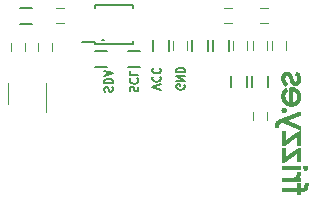
<source format=gbo>
%TF.GenerationSoftware,KiCad,Pcbnew,4.0.7-e2-6376~58~ubuntu16.04.1*%
%TF.CreationDate,2018-01-20T15:39:55+01:00*%
%TF.ProjectId,OLEDModule,4F4C45444D6F64756C652E6B69636164,rev?*%
%TF.FileFunction,Legend,Bot*%
%FSLAX46Y46*%
G04 Gerber Fmt 4.6, Leading zero omitted, Abs format (unit mm)*
G04 Created by KiCad (PCBNEW 4.0.7-e2-6376~58~ubuntu16.04.1) date Sat Jan 20 15:39:55 2018*
%MOMM*%
%LPD*%
G01*
G04 APERTURE LIST*
%ADD10C,0.100000*%
%ADD11C,0.200000*%
%ADD12C,0.175000*%
%ADD13C,0.010000*%
%ADD14C,0.120000*%
%ADD15C,0.150000*%
G04 APERTURE END LIST*
D10*
D11*
X10414000Y-12954000D02*
X10541000Y-12954000D01*
D12*
X10638667Y-17360000D02*
X10605333Y-17260000D01*
X10605333Y-17093333D01*
X10638667Y-17026666D01*
X10672000Y-16993333D01*
X10738667Y-16960000D01*
X10805333Y-16960000D01*
X10872000Y-16993333D01*
X10905333Y-17026666D01*
X10938667Y-17093333D01*
X10972000Y-17226666D01*
X11005333Y-17293333D01*
X11038667Y-17326666D01*
X11105333Y-17360000D01*
X11172000Y-17360000D01*
X11238667Y-17326666D01*
X11272000Y-17293333D01*
X11305333Y-17226666D01*
X11305333Y-17060000D01*
X11272000Y-16960000D01*
X10605333Y-16659999D02*
X11305333Y-16659999D01*
X11305333Y-16493333D01*
X11272000Y-16393333D01*
X11205333Y-16326666D01*
X11138667Y-16293333D01*
X11005333Y-16259999D01*
X10905333Y-16259999D01*
X10772000Y-16293333D01*
X10705333Y-16326666D01*
X10638667Y-16393333D01*
X10605333Y-16493333D01*
X10605333Y-16659999D01*
X10805333Y-15993333D02*
X10805333Y-15659999D01*
X10605333Y-16059999D02*
X11305333Y-15826666D01*
X10605333Y-15593333D01*
X12797667Y-17343334D02*
X12764333Y-17243334D01*
X12764333Y-17076667D01*
X12797667Y-17010000D01*
X12831000Y-16976667D01*
X12897667Y-16943334D01*
X12964333Y-16943334D01*
X13031000Y-16976667D01*
X13064333Y-17010000D01*
X13097667Y-17076667D01*
X13131000Y-17210000D01*
X13164333Y-17276667D01*
X13197667Y-17310000D01*
X13264333Y-17343334D01*
X13331000Y-17343334D01*
X13397667Y-17310000D01*
X13431000Y-17276667D01*
X13464333Y-17210000D01*
X13464333Y-17043334D01*
X13431000Y-16943334D01*
X12831000Y-16243333D02*
X12797667Y-16276667D01*
X12764333Y-16376667D01*
X12764333Y-16443333D01*
X12797667Y-16543333D01*
X12864333Y-16610000D01*
X12931000Y-16643333D01*
X13064333Y-16676667D01*
X13164333Y-16676667D01*
X13297667Y-16643333D01*
X13364333Y-16610000D01*
X13431000Y-16543333D01*
X13464333Y-16443333D01*
X13464333Y-16376667D01*
X13431000Y-16276667D01*
X13397667Y-16243333D01*
X12764333Y-15610000D02*
X12764333Y-15943333D01*
X13464333Y-15943333D01*
X15369333Y-17189333D02*
X14669333Y-16956000D01*
X15369333Y-16722667D01*
X14736000Y-16089333D02*
X14702667Y-16122667D01*
X14669333Y-16222667D01*
X14669333Y-16289333D01*
X14702667Y-16389333D01*
X14769333Y-16456000D01*
X14836000Y-16489333D01*
X14969333Y-16522667D01*
X15069333Y-16522667D01*
X15202667Y-16489333D01*
X15269333Y-16456000D01*
X15336000Y-16389333D01*
X15369333Y-16289333D01*
X15369333Y-16222667D01*
X15336000Y-16122667D01*
X15302667Y-16089333D01*
X14736000Y-15389333D02*
X14702667Y-15422667D01*
X14669333Y-15522667D01*
X14669333Y-15589333D01*
X14702667Y-15689333D01*
X14769333Y-15756000D01*
X14836000Y-15789333D01*
X14969333Y-15822667D01*
X15069333Y-15822667D01*
X15202667Y-15789333D01*
X15269333Y-15756000D01*
X15336000Y-15689333D01*
X15369333Y-15589333D01*
X15369333Y-15522667D01*
X15336000Y-15422667D01*
X15302667Y-15389333D01*
X17368000Y-16789333D02*
X17401333Y-16855999D01*
X17401333Y-16955999D01*
X17368000Y-17055999D01*
X17301333Y-17122666D01*
X17234667Y-17155999D01*
X17101333Y-17189333D01*
X17001333Y-17189333D01*
X16868000Y-17155999D01*
X16801333Y-17122666D01*
X16734667Y-17055999D01*
X16701333Y-16955999D01*
X16701333Y-16889333D01*
X16734667Y-16789333D01*
X16768000Y-16755999D01*
X17001333Y-16755999D01*
X17001333Y-16889333D01*
X16701333Y-16455999D02*
X17401333Y-16455999D01*
X16701333Y-16055999D01*
X17401333Y-16055999D01*
X16701333Y-15722666D02*
X17401333Y-15722666D01*
X17401333Y-15556000D01*
X17368000Y-15456000D01*
X17301333Y-15389333D01*
X17234667Y-15356000D01*
X17101333Y-15322666D01*
X17001333Y-15322666D01*
X16868000Y-15356000D01*
X16801333Y-15389333D01*
X16734667Y-15456000D01*
X16701333Y-15556000D01*
X16701333Y-15722666D01*
D13*
G36*
X27117676Y-20272210D02*
X27087995Y-20262428D01*
X27070050Y-20257363D01*
X27050716Y-20247258D01*
X27038300Y-20237450D01*
X27019892Y-20223271D01*
X27012900Y-20220198D01*
X26994553Y-20215023D01*
X26957528Y-20200651D01*
X26906099Y-20178764D01*
X26892250Y-20172653D01*
X26859922Y-20158563D01*
X26838599Y-20149766D01*
X26835100Y-20148550D01*
X26820600Y-20142890D01*
X26791623Y-20130475D01*
X26777950Y-20124448D01*
X26716828Y-20097508D01*
X26676192Y-20080058D01*
X26657336Y-20072653D01*
X26657300Y-20072643D01*
X26642794Y-20066802D01*
X26613807Y-20054278D01*
X26600150Y-20048248D01*
X26537048Y-20020443D01*
X26496795Y-20003221D01*
X26479500Y-19996575D01*
X26465198Y-19990743D01*
X26435830Y-19977780D01*
X26416000Y-19968808D01*
X26361360Y-19944801D01*
X26326863Y-19931944D01*
X26310256Y-19929412D01*
X26309251Y-19929823D01*
X26297485Y-19924398D01*
X26277634Y-19908457D01*
X26258753Y-19894392D01*
X26250900Y-19894550D01*
X26243222Y-19895363D01*
X26228675Y-19884724D01*
X26207644Y-19868459D01*
X26197059Y-19863358D01*
X26168326Y-19855174D01*
X26119574Y-19835377D01*
X26085800Y-19820293D01*
X26051053Y-19805048D01*
X26026403Y-19795339D01*
X26020184Y-19793590D01*
X26004013Y-19787535D01*
X26007530Y-19775723D01*
X26026702Y-19761484D01*
X26057499Y-19748150D01*
X26083617Y-19741177D01*
X26109862Y-19733132D01*
X26121717Y-19728351D01*
X26142969Y-19719252D01*
X26149300Y-19716783D01*
X26166103Y-19710371D01*
X26195850Y-19698584D01*
X26227971Y-19685644D01*
X26250900Y-19676196D01*
X26271257Y-19667858D01*
X26276300Y-19665950D01*
X26292026Y-19659514D01*
X26303884Y-19654350D01*
X26331599Y-19644688D01*
X26341984Y-19642390D01*
X26367354Y-19633601D01*
X26377900Y-19627861D01*
X26407197Y-19615418D01*
X26421354Y-19612090D01*
X26449071Y-19603524D01*
X26459454Y-19597503D01*
X26479642Y-19587045D01*
X26513090Y-19574265D01*
X26523950Y-19570700D01*
X26558878Y-19558347D01*
X26583614Y-19547195D01*
X26587450Y-19544725D01*
X26603713Y-19535139D01*
X26606500Y-19534500D01*
X26613254Y-19533345D01*
X26626685Y-19529181D01*
X26651530Y-19520351D01*
X26692529Y-19505195D01*
X26727150Y-19492264D01*
X26767440Y-19477308D01*
X26797363Y-19466418D01*
X26809700Y-19462188D01*
X26825128Y-19456683D01*
X26854565Y-19445251D01*
X26888526Y-19431625D01*
X26911300Y-19422196D01*
X26931632Y-19414246D01*
X26936700Y-19412651D01*
X26950704Y-19407631D01*
X26982263Y-19395625D01*
X27025299Y-19378953D01*
X27038300Y-19373873D01*
X27083853Y-19356796D01*
X27120168Y-19344584D01*
X27140948Y-19339310D01*
X27143075Y-19339345D01*
X27146818Y-19328612D01*
X27149870Y-19297370D01*
X27151905Y-19250506D01*
X27152600Y-19196051D01*
X27151632Y-19137055D01*
X27148978Y-19089959D01*
X27145021Y-19059438D01*
X27140727Y-19050000D01*
X27120520Y-19054173D01*
X27099452Y-19061179D01*
X27073117Y-19070303D01*
X27060392Y-19073622D01*
X27043401Y-19079849D01*
X27015203Y-19093267D01*
X27012900Y-19094450D01*
X26984303Y-19108217D01*
X26966060Y-19115167D01*
X26965409Y-19115279D01*
X26947201Y-19120210D01*
X26924000Y-19128099D01*
X26889036Y-19140668D01*
X26869923Y-19146945D01*
X26858710Y-19149501D01*
X26857192Y-19149726D01*
X26840207Y-19156020D01*
X26811981Y-19169478D01*
X26809567Y-19170719D01*
X26784271Y-19181588D01*
X26771858Y-19182582D01*
X26771600Y-19181708D01*
X26763742Y-19182583D01*
X26746200Y-19196050D01*
X26727873Y-19209962D01*
X26720800Y-19210393D01*
X26711085Y-19209657D01*
X26687256Y-19219153D01*
X26682834Y-19221382D01*
X26656323Y-19234336D01*
X26642017Y-19239888D01*
X26641559Y-19239865D01*
X26628598Y-19243072D01*
X26601054Y-19252409D01*
X26567967Y-19264679D01*
X26543000Y-19274705D01*
X26522677Y-19282544D01*
X26517600Y-19284048D01*
X26502094Y-19290936D01*
X26498550Y-19292979D01*
X26480163Y-19300831D01*
X26446021Y-19313089D01*
X26416000Y-19323050D01*
X26375728Y-19336567D01*
X26344988Y-19347945D01*
X26333450Y-19353122D01*
X26316507Y-19361424D01*
X26314400Y-19362020D01*
X26299329Y-19367147D01*
X26271534Y-19377836D01*
X26269950Y-19378466D01*
X26232945Y-19392915D01*
X26212495Y-19399770D01*
X26201705Y-19401200D01*
X26198877Y-19400809D01*
X26183751Y-19406356D01*
X26173477Y-19413445D01*
X26151955Y-19425028D01*
X26115394Y-19439836D01*
X26085800Y-19450050D01*
X26045496Y-19463850D01*
X26014749Y-19475954D01*
X26003250Y-19481826D01*
X25983778Y-19491348D01*
X25950810Y-19503603D01*
X25939750Y-19507213D01*
X25904873Y-19519000D01*
X25880137Y-19528764D01*
X25876250Y-19530736D01*
X25853493Y-19540017D01*
X25850850Y-19540602D01*
X25831831Y-19546791D01*
X25800255Y-19559251D01*
X25790586Y-19563330D01*
X25759232Y-19576035D01*
X25739058Y-19582884D01*
X25736478Y-19583288D01*
X25721840Y-19588280D01*
X25694968Y-19600979D01*
X25692100Y-19602450D01*
X25663503Y-19616217D01*
X25645260Y-19623167D01*
X25644609Y-19623279D01*
X25625074Y-19628698D01*
X25592372Y-19640052D01*
X25556863Y-19653714D01*
X25552400Y-19655546D01*
X25527741Y-19664602D01*
X25520650Y-19666703D01*
X25501921Y-19673569D01*
X25470130Y-19686883D01*
X25457150Y-19692588D01*
X25424837Y-19706635D01*
X25403512Y-19715270D01*
X25400000Y-19716401D01*
X25386749Y-19723604D01*
X25359581Y-19740803D01*
X25337776Y-19755272D01*
X25301972Y-19779301D01*
X25272517Y-19798871D01*
X25262142Y-19805650D01*
X25232277Y-19828039D01*
X25198733Y-19857805D01*
X25167245Y-19889205D01*
X25143543Y-19916497D01*
X25133360Y-19933940D01*
X25133300Y-19934717D01*
X25126839Y-19950261D01*
X25122501Y-19951700D01*
X25112272Y-19962147D01*
X25095093Y-19989028D01*
X25074524Y-20025651D01*
X25054124Y-20065328D01*
X25037453Y-20101367D01*
X25028070Y-20127078D01*
X25027360Y-20130524D01*
X25019872Y-20155921D01*
X25017215Y-20161250D01*
X25013174Y-20179582D01*
X25009630Y-20215624D01*
X25007331Y-20261687D01*
X25007288Y-20263180D01*
X25004781Y-20352410D01*
X25125281Y-20351932D01*
X25177957Y-20351113D01*
X25220322Y-20349305D01*
X25246481Y-20346820D01*
X25251849Y-20345252D01*
X25256650Y-20330187D01*
X25262606Y-20297932D01*
X25266651Y-20269200D01*
X25273784Y-20227404D01*
X25282729Y-20195034D01*
X25288447Y-20183475D01*
X25295051Y-20169928D01*
X25292050Y-20167600D01*
X25291139Y-20159712D01*
X25299525Y-20147196D01*
X25319423Y-20118518D01*
X25329759Y-20100113D01*
X25348007Y-20076904D01*
X25378636Y-20049283D01*
X25393755Y-20037972D01*
X25433938Y-20011771D01*
X25480938Y-19983988D01*
X25529504Y-19957353D01*
X25574380Y-19934596D01*
X25610314Y-19918448D01*
X25632051Y-19911637D01*
X25635705Y-19912239D01*
X25651772Y-19920553D01*
X25651884Y-19920562D01*
X25666913Y-19925901D01*
X25697990Y-19939275D01*
X25736550Y-19956935D01*
X25777767Y-19975626D01*
X25810708Y-19989381D01*
X25827344Y-19994980D01*
X25849378Y-20004584D01*
X25859094Y-20011502D01*
X25878832Y-20024633D01*
X25885642Y-20027168D01*
X25915764Y-20036022D01*
X25966310Y-20056715D01*
X25996900Y-20070408D01*
X26031152Y-20085646D01*
X26054791Y-20095451D01*
X26060400Y-20097306D01*
X26075265Y-20104016D01*
X26085800Y-20110288D01*
X26109142Y-20121968D01*
X26117550Y-20124393D01*
X26135819Y-20130474D01*
X26167972Y-20143731D01*
X26187400Y-20152362D01*
X26271670Y-20190517D01*
X26344458Y-20223075D01*
X26402949Y-20248799D01*
X26444330Y-20266454D01*
X26465785Y-20274802D01*
X26466800Y-20275098D01*
X26480705Y-20280960D01*
X26510923Y-20294671D01*
X26549350Y-20312535D01*
X26590204Y-20331157D01*
X26622406Y-20344829D01*
X26638250Y-20350381D01*
X26659344Y-20358553D01*
X26670000Y-20364613D01*
X26689544Y-20375554D01*
X26695400Y-20377728D01*
X26709890Y-20383031D01*
X26738845Y-20395233D01*
X26752550Y-20401253D01*
X26810837Y-20426961D01*
X26848768Y-20443243D01*
X26869076Y-20451259D01*
X26873200Y-20452481D01*
X26888090Y-20459571D01*
X26898600Y-20465888D01*
X26921951Y-20477638D01*
X26930350Y-20480120D01*
X26947696Y-20486275D01*
X26980599Y-20500319D01*
X27019250Y-20517966D01*
X27059281Y-20536281D01*
X27089846Y-20549388D01*
X27103917Y-20554339D01*
X27119936Y-20562647D01*
X27121909Y-20564475D01*
X27134501Y-20572794D01*
X27143262Y-20566557D01*
X27148796Y-20543102D01*
X27151706Y-20499768D01*
X27152598Y-20433892D01*
X27152601Y-20429193D01*
X27152601Y-20284385D01*
X27117676Y-20272210D01*
X27117676Y-20272210D01*
G37*
X27117676Y-20272210D02*
X27087995Y-20262428D01*
X27070050Y-20257363D01*
X27050716Y-20247258D01*
X27038300Y-20237450D01*
X27019892Y-20223271D01*
X27012900Y-20220198D01*
X26994553Y-20215023D01*
X26957528Y-20200651D01*
X26906099Y-20178764D01*
X26892250Y-20172653D01*
X26859922Y-20158563D01*
X26838599Y-20149766D01*
X26835100Y-20148550D01*
X26820600Y-20142890D01*
X26791623Y-20130475D01*
X26777950Y-20124448D01*
X26716828Y-20097508D01*
X26676192Y-20080058D01*
X26657336Y-20072653D01*
X26657300Y-20072643D01*
X26642794Y-20066802D01*
X26613807Y-20054278D01*
X26600150Y-20048248D01*
X26537048Y-20020443D01*
X26496795Y-20003221D01*
X26479500Y-19996575D01*
X26465198Y-19990743D01*
X26435830Y-19977780D01*
X26416000Y-19968808D01*
X26361360Y-19944801D01*
X26326863Y-19931944D01*
X26310256Y-19929412D01*
X26309251Y-19929823D01*
X26297485Y-19924398D01*
X26277634Y-19908457D01*
X26258753Y-19894392D01*
X26250900Y-19894550D01*
X26243222Y-19895363D01*
X26228675Y-19884724D01*
X26207644Y-19868459D01*
X26197059Y-19863358D01*
X26168326Y-19855174D01*
X26119574Y-19835377D01*
X26085800Y-19820293D01*
X26051053Y-19805048D01*
X26026403Y-19795339D01*
X26020184Y-19793590D01*
X26004013Y-19787535D01*
X26007530Y-19775723D01*
X26026702Y-19761484D01*
X26057499Y-19748150D01*
X26083617Y-19741177D01*
X26109862Y-19733132D01*
X26121717Y-19728351D01*
X26142969Y-19719252D01*
X26149300Y-19716783D01*
X26166103Y-19710371D01*
X26195850Y-19698584D01*
X26227971Y-19685644D01*
X26250900Y-19676196D01*
X26271257Y-19667858D01*
X26276300Y-19665950D01*
X26292026Y-19659514D01*
X26303884Y-19654350D01*
X26331599Y-19644688D01*
X26341984Y-19642390D01*
X26367354Y-19633601D01*
X26377900Y-19627861D01*
X26407197Y-19615418D01*
X26421354Y-19612090D01*
X26449071Y-19603524D01*
X26459454Y-19597503D01*
X26479642Y-19587045D01*
X26513090Y-19574265D01*
X26523950Y-19570700D01*
X26558878Y-19558347D01*
X26583614Y-19547195D01*
X26587450Y-19544725D01*
X26603713Y-19535139D01*
X26606500Y-19534500D01*
X26613254Y-19533345D01*
X26626685Y-19529181D01*
X26651530Y-19520351D01*
X26692529Y-19505195D01*
X26727150Y-19492264D01*
X26767440Y-19477308D01*
X26797363Y-19466418D01*
X26809700Y-19462188D01*
X26825128Y-19456683D01*
X26854565Y-19445251D01*
X26888526Y-19431625D01*
X26911300Y-19422196D01*
X26931632Y-19414246D01*
X26936700Y-19412651D01*
X26950704Y-19407631D01*
X26982263Y-19395625D01*
X27025299Y-19378953D01*
X27038300Y-19373873D01*
X27083853Y-19356796D01*
X27120168Y-19344584D01*
X27140948Y-19339310D01*
X27143075Y-19339345D01*
X27146818Y-19328612D01*
X27149870Y-19297370D01*
X27151905Y-19250506D01*
X27152600Y-19196051D01*
X27151632Y-19137055D01*
X27148978Y-19089959D01*
X27145021Y-19059438D01*
X27140727Y-19050000D01*
X27120520Y-19054173D01*
X27099452Y-19061179D01*
X27073117Y-19070303D01*
X27060392Y-19073622D01*
X27043401Y-19079849D01*
X27015203Y-19093267D01*
X27012900Y-19094450D01*
X26984303Y-19108217D01*
X26966060Y-19115167D01*
X26965409Y-19115279D01*
X26947201Y-19120210D01*
X26924000Y-19128099D01*
X26889036Y-19140668D01*
X26869923Y-19146945D01*
X26858710Y-19149501D01*
X26857192Y-19149726D01*
X26840207Y-19156020D01*
X26811981Y-19169478D01*
X26809567Y-19170719D01*
X26784271Y-19181588D01*
X26771858Y-19182582D01*
X26771600Y-19181708D01*
X26763742Y-19182583D01*
X26746200Y-19196050D01*
X26727873Y-19209962D01*
X26720800Y-19210393D01*
X26711085Y-19209657D01*
X26687256Y-19219153D01*
X26682834Y-19221382D01*
X26656323Y-19234336D01*
X26642017Y-19239888D01*
X26641559Y-19239865D01*
X26628598Y-19243072D01*
X26601054Y-19252409D01*
X26567967Y-19264679D01*
X26543000Y-19274705D01*
X26522677Y-19282544D01*
X26517600Y-19284048D01*
X26502094Y-19290936D01*
X26498550Y-19292979D01*
X26480163Y-19300831D01*
X26446021Y-19313089D01*
X26416000Y-19323050D01*
X26375728Y-19336567D01*
X26344988Y-19347945D01*
X26333450Y-19353122D01*
X26316507Y-19361424D01*
X26314400Y-19362020D01*
X26299329Y-19367147D01*
X26271534Y-19377836D01*
X26269950Y-19378466D01*
X26232945Y-19392915D01*
X26212495Y-19399770D01*
X26201705Y-19401200D01*
X26198877Y-19400809D01*
X26183751Y-19406356D01*
X26173477Y-19413445D01*
X26151955Y-19425028D01*
X26115394Y-19439836D01*
X26085800Y-19450050D01*
X26045496Y-19463850D01*
X26014749Y-19475954D01*
X26003250Y-19481826D01*
X25983778Y-19491348D01*
X25950810Y-19503603D01*
X25939750Y-19507213D01*
X25904873Y-19519000D01*
X25880137Y-19528764D01*
X25876250Y-19530736D01*
X25853493Y-19540017D01*
X25850850Y-19540602D01*
X25831831Y-19546791D01*
X25800255Y-19559251D01*
X25790586Y-19563330D01*
X25759232Y-19576035D01*
X25739058Y-19582884D01*
X25736478Y-19583288D01*
X25721840Y-19588280D01*
X25694968Y-19600979D01*
X25692100Y-19602450D01*
X25663503Y-19616217D01*
X25645260Y-19623167D01*
X25644609Y-19623279D01*
X25625074Y-19628698D01*
X25592372Y-19640052D01*
X25556863Y-19653714D01*
X25552400Y-19655546D01*
X25527741Y-19664602D01*
X25520650Y-19666703D01*
X25501921Y-19673569D01*
X25470130Y-19686883D01*
X25457150Y-19692588D01*
X25424837Y-19706635D01*
X25403512Y-19715270D01*
X25400000Y-19716401D01*
X25386749Y-19723604D01*
X25359581Y-19740803D01*
X25337776Y-19755272D01*
X25301972Y-19779301D01*
X25272517Y-19798871D01*
X25262142Y-19805650D01*
X25232277Y-19828039D01*
X25198733Y-19857805D01*
X25167245Y-19889205D01*
X25143543Y-19916497D01*
X25133360Y-19933940D01*
X25133300Y-19934717D01*
X25126839Y-19950261D01*
X25122501Y-19951700D01*
X25112272Y-19962147D01*
X25095093Y-19989028D01*
X25074524Y-20025651D01*
X25054124Y-20065328D01*
X25037453Y-20101367D01*
X25028070Y-20127078D01*
X25027360Y-20130524D01*
X25019872Y-20155921D01*
X25017215Y-20161250D01*
X25013174Y-20179582D01*
X25009630Y-20215624D01*
X25007331Y-20261687D01*
X25007288Y-20263180D01*
X25004781Y-20352410D01*
X25125281Y-20351932D01*
X25177957Y-20351113D01*
X25220322Y-20349305D01*
X25246481Y-20346820D01*
X25251849Y-20345252D01*
X25256650Y-20330187D01*
X25262606Y-20297932D01*
X25266651Y-20269200D01*
X25273784Y-20227404D01*
X25282729Y-20195034D01*
X25288447Y-20183475D01*
X25295051Y-20169928D01*
X25292050Y-20167600D01*
X25291139Y-20159712D01*
X25299525Y-20147196D01*
X25319423Y-20118518D01*
X25329759Y-20100113D01*
X25348007Y-20076904D01*
X25378636Y-20049283D01*
X25393755Y-20037972D01*
X25433938Y-20011771D01*
X25480938Y-19983988D01*
X25529504Y-19957353D01*
X25574380Y-19934596D01*
X25610314Y-19918448D01*
X25632051Y-19911637D01*
X25635705Y-19912239D01*
X25651772Y-19920553D01*
X25651884Y-19920562D01*
X25666913Y-19925901D01*
X25697990Y-19939275D01*
X25736550Y-19956935D01*
X25777767Y-19975626D01*
X25810708Y-19989381D01*
X25827344Y-19994980D01*
X25849378Y-20004584D01*
X25859094Y-20011502D01*
X25878832Y-20024633D01*
X25885642Y-20027168D01*
X25915764Y-20036022D01*
X25966310Y-20056715D01*
X25996900Y-20070408D01*
X26031152Y-20085646D01*
X26054791Y-20095451D01*
X26060400Y-20097306D01*
X26075265Y-20104016D01*
X26085800Y-20110288D01*
X26109142Y-20121968D01*
X26117550Y-20124393D01*
X26135819Y-20130474D01*
X26167972Y-20143731D01*
X26187400Y-20152362D01*
X26271670Y-20190517D01*
X26344458Y-20223075D01*
X26402949Y-20248799D01*
X26444330Y-20266454D01*
X26465785Y-20274802D01*
X26466800Y-20275098D01*
X26480705Y-20280960D01*
X26510923Y-20294671D01*
X26549350Y-20312535D01*
X26590204Y-20331157D01*
X26622406Y-20344829D01*
X26638250Y-20350381D01*
X26659344Y-20358553D01*
X26670000Y-20364613D01*
X26689544Y-20375554D01*
X26695400Y-20377728D01*
X26709890Y-20383031D01*
X26738845Y-20395233D01*
X26752550Y-20401253D01*
X26810837Y-20426961D01*
X26848768Y-20443243D01*
X26869076Y-20451259D01*
X26873200Y-20452481D01*
X26888090Y-20459571D01*
X26898600Y-20465888D01*
X26921951Y-20477638D01*
X26930350Y-20480120D01*
X26947696Y-20486275D01*
X26980599Y-20500319D01*
X27019250Y-20517966D01*
X27059281Y-20536281D01*
X27089846Y-20549388D01*
X27103917Y-20554339D01*
X27119936Y-20562647D01*
X27121909Y-20564475D01*
X27134501Y-20572794D01*
X27143262Y-20566557D01*
X27148796Y-20543102D01*
X27151706Y-20499768D01*
X27152598Y-20433892D01*
X27152601Y-20429193D01*
X27152601Y-20284385D01*
X27117676Y-20272210D01*
G36*
X25342850Y-20091400D02*
X25336500Y-20097750D01*
X25342850Y-20104100D01*
X25349200Y-20097750D01*
X25342850Y-20091400D01*
X25342850Y-20091400D01*
G37*
X25342850Y-20091400D02*
X25336500Y-20097750D01*
X25342850Y-20104100D01*
X25349200Y-20097750D01*
X25342850Y-20091400D01*
G36*
X25963906Y-18868701D02*
X25957940Y-18839039D01*
X25943050Y-18814363D01*
X25915144Y-18784472D01*
X25912021Y-18781344D01*
X25878632Y-18750505D01*
X25850714Y-18734103D01*
X25817431Y-18727100D01*
X25791610Y-18725370D01*
X25729455Y-18728537D01*
X25679623Y-18747157D01*
X25632495Y-18785147D01*
X25624332Y-18793528D01*
X25596777Y-18838121D01*
X25581854Y-18894735D01*
X25580996Y-18953015D01*
X25595415Y-19002194D01*
X25616352Y-19038270D01*
X25635541Y-19066992D01*
X25649301Y-19083284D01*
X25654000Y-19083021D01*
X25661833Y-19081066D01*
X25674289Y-19089128D01*
X25712273Y-19108288D01*
X25761582Y-19117363D01*
X25812426Y-19116093D01*
X25855014Y-19104219D01*
X25870031Y-19094333D01*
X25888219Y-19081337D01*
X25895300Y-19082730D01*
X25901585Y-19080058D01*
X25917653Y-19060870D01*
X25930225Y-19043424D01*
X25951006Y-19008328D01*
X25961571Y-18973397D01*
X25964956Y-18927303D01*
X25965038Y-18913550D01*
X25963906Y-18868701D01*
X25963906Y-18868701D01*
G37*
X25963906Y-18868701D02*
X25957940Y-18839039D01*
X25943050Y-18814363D01*
X25915144Y-18784472D01*
X25912021Y-18781344D01*
X25878632Y-18750505D01*
X25850714Y-18734103D01*
X25817431Y-18727100D01*
X25791610Y-18725370D01*
X25729455Y-18728537D01*
X25679623Y-18747157D01*
X25632495Y-18785147D01*
X25624332Y-18793528D01*
X25596777Y-18838121D01*
X25581854Y-18894735D01*
X25580996Y-18953015D01*
X25595415Y-19002194D01*
X25616352Y-19038270D01*
X25635541Y-19066992D01*
X25649301Y-19083284D01*
X25654000Y-19083021D01*
X25661833Y-19081066D01*
X25674289Y-19089128D01*
X25712273Y-19108288D01*
X25761582Y-19117363D01*
X25812426Y-19116093D01*
X25855014Y-19104219D01*
X25870031Y-19094333D01*
X25888219Y-19081337D01*
X25895300Y-19082730D01*
X25901585Y-19080058D01*
X25917653Y-19060870D01*
X25930225Y-19043424D01*
X25951006Y-19008328D01*
X25961571Y-18973397D01*
X25964956Y-18927303D01*
X25965038Y-18913550D01*
X25963906Y-18868701D01*
G36*
X27184162Y-17676049D02*
X27177280Y-17595286D01*
X27161616Y-17523282D01*
X27135238Y-17451955D01*
X27096214Y-17373226D01*
X27082448Y-17348200D01*
X27066919Y-17326933D01*
X27039440Y-17295065D01*
X27004425Y-17257117D01*
X26966286Y-17217610D01*
X26929437Y-17181064D01*
X26898290Y-17151999D01*
X26877258Y-17134934D01*
X26871668Y-17132300D01*
X26855833Y-17125726D01*
X26827938Y-17109203D01*
X26815661Y-17101106D01*
X26772548Y-17076615D01*
X26716319Y-17050823D01*
X26657989Y-17028311D01*
X26608573Y-17013659D01*
X26602161Y-17012337D01*
X26580524Y-17007418D01*
X26574750Y-17004984D01*
X26563062Y-17000561D01*
X26532031Y-16996862D01*
X26487706Y-16994026D01*
X26436138Y-16992193D01*
X26383378Y-16991504D01*
X26335475Y-16992099D01*
X26298478Y-16994116D01*
X26278440Y-16997698D01*
X26277656Y-16998113D01*
X26274143Y-17009347D01*
X26271176Y-17039033D01*
X26268732Y-17088180D01*
X26266791Y-17157796D01*
X26265329Y-17248890D01*
X26264325Y-17362472D01*
X26263757Y-17499549D01*
X26263600Y-17641231D01*
X26263600Y-18275663D01*
X26222845Y-18268483D01*
X26189127Y-18259372D01*
X26165695Y-18247696D01*
X26151783Y-18239530D01*
X26149300Y-18241242D01*
X26140317Y-18243156D01*
X26116790Y-18232402D01*
X26083852Y-18212375D01*
X26046636Y-18186470D01*
X26010276Y-18158081D01*
X25979904Y-18130602D01*
X25976198Y-18126785D01*
X25952326Y-18096318D01*
X25924342Y-18053034D01*
X25896903Y-18005106D01*
X25874664Y-17960707D01*
X25862282Y-17928012D01*
X25861837Y-17926050D01*
X25857516Y-17903622D01*
X25854656Y-17887950D01*
X25846967Y-17860322D01*
X25841875Y-17849372D01*
X25838174Y-17830908D01*
X25835801Y-17794365D01*
X25834733Y-17747028D01*
X25834945Y-17696181D01*
X25836412Y-17649110D01*
X25839109Y-17613099D01*
X25842739Y-17595850D01*
X25850938Y-17573055D01*
X25853849Y-17559149D01*
X25865781Y-17518980D01*
X25887630Y-17470751D01*
X25913504Y-17426287D01*
X25931825Y-17402707D01*
X25950866Y-17380627D01*
X25958800Y-17366884D01*
X25958800Y-17366874D01*
X25966725Y-17352638D01*
X25977850Y-17340036D01*
X25992834Y-17327809D01*
X25996900Y-17328159D01*
X26005080Y-17325939D01*
X26024991Y-17310890D01*
X26027175Y-17309009D01*
X26047085Y-17288712D01*
X26049567Y-17270521D01*
X26039070Y-17245846D01*
X26023067Y-17218159D01*
X26009878Y-17202329D01*
X26009610Y-17202156D01*
X25998481Y-17187817D01*
X25980883Y-17157578D01*
X25964609Y-17125982D01*
X25944385Y-17087537D01*
X25927380Y-17069039D01*
X25907683Y-17069783D01*
X25879386Y-17089065D01*
X25852050Y-17112549D01*
X25825717Y-17133471D01*
X25806880Y-17144497D01*
X25804425Y-17145000D01*
X25795188Y-17155446D01*
X25793700Y-17166167D01*
X25790076Y-17180349D01*
X25785839Y-17179472D01*
X25772493Y-17180571D01*
X25755341Y-17194680D01*
X25743842Y-17213147D01*
X25742900Y-17218738D01*
X25734183Y-17236192D01*
X25724414Y-17246133D01*
X25709283Y-17265599D01*
X25688259Y-17300986D01*
X25664903Y-17345155D01*
X25642774Y-17390970D01*
X25625433Y-17431295D01*
X25616439Y-17458990D01*
X25615900Y-17463671D01*
X25610870Y-17486737D01*
X25607066Y-17492501D01*
X25600124Y-17502790D01*
X25594981Y-17520363D01*
X25591200Y-17549246D01*
X25588347Y-17593461D01*
X25585984Y-17657035D01*
X25584847Y-17697450D01*
X25584126Y-17763505D01*
X25585246Y-17826111D01*
X25587968Y-17877590D01*
X25591387Y-17907000D01*
X25602560Y-17965605D01*
X25611496Y-18005870D01*
X25620139Y-18034510D01*
X25630432Y-18058238D01*
X25640664Y-18077317D01*
X25654750Y-18106072D01*
X25659804Y-18124211D01*
X25659143Y-18126224D01*
X25662611Y-18137680D01*
X25672744Y-18148046D01*
X25688999Y-18168659D01*
X25692100Y-18179637D01*
X25700753Y-18199117D01*
X25717500Y-18218150D01*
X25736540Y-18240457D01*
X25742900Y-18256072D01*
X25751538Y-18271487D01*
X25774368Y-18298566D01*
X25806768Y-18331908D01*
X25812750Y-18337672D01*
X25845711Y-18367969D01*
X25870292Y-18388353D01*
X25882136Y-18395273D01*
X25882600Y-18394593D01*
X25890552Y-18396270D01*
X25910559Y-18411987D01*
X25920700Y-18421350D01*
X25943901Y-18441352D01*
X25957403Y-18448685D01*
X25958800Y-18447158D01*
X25966629Y-18445751D01*
X25981025Y-18455552D01*
X26011071Y-18475747D01*
X26039861Y-18486846D01*
X26047700Y-18487438D01*
X26062438Y-18492382D01*
X26083450Y-18502642D01*
X26114452Y-18516579D01*
X26134250Y-18522778D01*
X26159954Y-18528359D01*
X26197275Y-18536767D01*
X26207828Y-18539186D01*
X26245861Y-18544420D01*
X26300156Y-18547448D01*
X26364208Y-18548401D01*
X26431508Y-18547411D01*
X26492200Y-18544757D01*
X26492200Y-18276826D01*
X26492200Y-17767207D01*
X26492228Y-17640187D01*
X26492387Y-17536290D01*
X26492792Y-17453239D01*
X26493557Y-17388756D01*
X26494799Y-17340563D01*
X26496632Y-17306385D01*
X26499169Y-17283942D01*
X26502527Y-17270959D01*
X26506821Y-17265159D01*
X26512164Y-17264262D01*
X26517492Y-17265616D01*
X26549858Y-17274149D01*
X26577422Y-17279924D01*
X26609347Y-17289398D01*
X26628331Y-17299708D01*
X26642169Y-17307790D01*
X26644600Y-17306059D01*
X26653728Y-17305720D01*
X26677267Y-17317010D01*
X26709455Y-17336128D01*
X26744529Y-17359272D01*
X26776725Y-17382642D01*
X26800280Y-17402435D01*
X26809429Y-17414779D01*
X26817189Y-17430047D01*
X26835571Y-17453956D01*
X26836405Y-17454920D01*
X26853526Y-17477723D01*
X26858840Y-17491388D01*
X26858630Y-17491783D01*
X26862428Y-17504774D01*
X26874577Y-17521492D01*
X26889393Y-17544053D01*
X26903676Y-17573933D01*
X26914296Y-17603006D01*
X26918126Y-17623147D01*
X26915435Y-17627600D01*
X26915711Y-17635342D01*
X26921776Y-17643971D01*
X26927176Y-17663292D01*
X26930320Y-17700652D01*
X26931251Y-17748792D01*
X26930013Y-17800455D01*
X26926649Y-17848383D01*
X26921202Y-17885318D01*
X26920308Y-17889075D01*
X26899951Y-17960615D01*
X26880797Y-18009664D01*
X26861712Y-18039022D01*
X26858552Y-18042114D01*
X26840551Y-18062242D01*
X26835100Y-18073972D01*
X26825488Y-18094067D01*
X26800904Y-18122293D01*
X26767724Y-18153161D01*
X26732328Y-18181177D01*
X26701093Y-18200852D01*
X26680859Y-18206781D01*
X26666496Y-18213426D01*
X26645934Y-18229644D01*
X26627007Y-18244182D01*
X26619200Y-18245072D01*
X26609876Y-18243465D01*
X26592050Y-18250838D01*
X26558302Y-18263995D01*
X26528550Y-18271097D01*
X26492200Y-18276826D01*
X26492200Y-18544757D01*
X26495551Y-18544610D01*
X26549829Y-18540129D01*
X26587836Y-18534101D01*
X26596975Y-18531305D01*
X26621497Y-18523265D01*
X26631898Y-18523513D01*
X26631900Y-18523591D01*
X26641670Y-18522781D01*
X26665626Y-18512471D01*
X26670000Y-18510250D01*
X26695351Y-18499346D01*
X26707830Y-18498304D01*
X26708100Y-18499193D01*
X26715959Y-18498318D01*
X26733500Y-18484850D01*
X26751778Y-18471471D01*
X26758900Y-18472150D01*
X26766624Y-18472800D01*
X26782156Y-18461391D01*
X26801994Y-18447715D01*
X26811867Y-18446801D01*
X26823913Y-18443408D01*
X26841380Y-18427778D01*
X26862451Y-18408801D01*
X26876085Y-18402300D01*
X26893760Y-18393220D01*
X26922729Y-18369146D01*
X26958310Y-18334833D01*
X26995820Y-18295033D01*
X27030576Y-18254498D01*
X27057895Y-18217983D01*
X27058332Y-18217328D01*
X27095407Y-18156098D01*
X27127134Y-18093390D01*
X27149696Y-18037267D01*
X27157815Y-18007202D01*
X27162754Y-17984096D01*
X27165328Y-17976850D01*
X27171197Y-17964440D01*
X27176321Y-17928354D01*
X27180539Y-17870310D01*
X27183694Y-17792026D01*
X27184194Y-17773650D01*
X27184162Y-17676049D01*
X27184162Y-17676049D01*
G37*
X27184162Y-17676049D02*
X27177280Y-17595286D01*
X27161616Y-17523282D01*
X27135238Y-17451955D01*
X27096214Y-17373226D01*
X27082448Y-17348200D01*
X27066919Y-17326933D01*
X27039440Y-17295065D01*
X27004425Y-17257117D01*
X26966286Y-17217610D01*
X26929437Y-17181064D01*
X26898290Y-17151999D01*
X26877258Y-17134934D01*
X26871668Y-17132300D01*
X26855833Y-17125726D01*
X26827938Y-17109203D01*
X26815661Y-17101106D01*
X26772548Y-17076615D01*
X26716319Y-17050823D01*
X26657989Y-17028311D01*
X26608573Y-17013659D01*
X26602161Y-17012337D01*
X26580524Y-17007418D01*
X26574750Y-17004984D01*
X26563062Y-17000561D01*
X26532031Y-16996862D01*
X26487706Y-16994026D01*
X26436138Y-16992193D01*
X26383378Y-16991504D01*
X26335475Y-16992099D01*
X26298478Y-16994116D01*
X26278440Y-16997698D01*
X26277656Y-16998113D01*
X26274143Y-17009347D01*
X26271176Y-17039033D01*
X26268732Y-17088180D01*
X26266791Y-17157796D01*
X26265329Y-17248890D01*
X26264325Y-17362472D01*
X26263757Y-17499549D01*
X26263600Y-17641231D01*
X26263600Y-18275663D01*
X26222845Y-18268483D01*
X26189127Y-18259372D01*
X26165695Y-18247696D01*
X26151783Y-18239530D01*
X26149300Y-18241242D01*
X26140317Y-18243156D01*
X26116790Y-18232402D01*
X26083852Y-18212375D01*
X26046636Y-18186470D01*
X26010276Y-18158081D01*
X25979904Y-18130602D01*
X25976198Y-18126785D01*
X25952326Y-18096318D01*
X25924342Y-18053034D01*
X25896903Y-18005106D01*
X25874664Y-17960707D01*
X25862282Y-17928012D01*
X25861837Y-17926050D01*
X25857516Y-17903622D01*
X25854656Y-17887950D01*
X25846967Y-17860322D01*
X25841875Y-17849372D01*
X25838174Y-17830908D01*
X25835801Y-17794365D01*
X25834733Y-17747028D01*
X25834945Y-17696181D01*
X25836412Y-17649110D01*
X25839109Y-17613099D01*
X25842739Y-17595850D01*
X25850938Y-17573055D01*
X25853849Y-17559149D01*
X25865781Y-17518980D01*
X25887630Y-17470751D01*
X25913504Y-17426287D01*
X25931825Y-17402707D01*
X25950866Y-17380627D01*
X25958800Y-17366884D01*
X25958800Y-17366874D01*
X25966725Y-17352638D01*
X25977850Y-17340036D01*
X25992834Y-17327809D01*
X25996900Y-17328159D01*
X26005080Y-17325939D01*
X26024991Y-17310890D01*
X26027175Y-17309009D01*
X26047085Y-17288712D01*
X26049567Y-17270521D01*
X26039070Y-17245846D01*
X26023067Y-17218159D01*
X26009878Y-17202329D01*
X26009610Y-17202156D01*
X25998481Y-17187817D01*
X25980883Y-17157578D01*
X25964609Y-17125982D01*
X25944385Y-17087537D01*
X25927380Y-17069039D01*
X25907683Y-17069783D01*
X25879386Y-17089065D01*
X25852050Y-17112549D01*
X25825717Y-17133471D01*
X25806880Y-17144497D01*
X25804425Y-17145000D01*
X25795188Y-17155446D01*
X25793700Y-17166167D01*
X25790076Y-17180349D01*
X25785839Y-17179472D01*
X25772493Y-17180571D01*
X25755341Y-17194680D01*
X25743842Y-17213147D01*
X25742900Y-17218738D01*
X25734183Y-17236192D01*
X25724414Y-17246133D01*
X25709283Y-17265599D01*
X25688259Y-17300986D01*
X25664903Y-17345155D01*
X25642774Y-17390970D01*
X25625433Y-17431295D01*
X25616439Y-17458990D01*
X25615900Y-17463671D01*
X25610870Y-17486737D01*
X25607066Y-17492501D01*
X25600124Y-17502790D01*
X25594981Y-17520363D01*
X25591200Y-17549246D01*
X25588347Y-17593461D01*
X25585984Y-17657035D01*
X25584847Y-17697450D01*
X25584126Y-17763505D01*
X25585246Y-17826111D01*
X25587968Y-17877590D01*
X25591387Y-17907000D01*
X25602560Y-17965605D01*
X25611496Y-18005870D01*
X25620139Y-18034510D01*
X25630432Y-18058238D01*
X25640664Y-18077317D01*
X25654750Y-18106072D01*
X25659804Y-18124211D01*
X25659143Y-18126224D01*
X25662611Y-18137680D01*
X25672744Y-18148046D01*
X25688999Y-18168659D01*
X25692100Y-18179637D01*
X25700753Y-18199117D01*
X25717500Y-18218150D01*
X25736540Y-18240457D01*
X25742900Y-18256072D01*
X25751538Y-18271487D01*
X25774368Y-18298566D01*
X25806768Y-18331908D01*
X25812750Y-18337672D01*
X25845711Y-18367969D01*
X25870292Y-18388353D01*
X25882136Y-18395273D01*
X25882600Y-18394593D01*
X25890552Y-18396270D01*
X25910559Y-18411987D01*
X25920700Y-18421350D01*
X25943901Y-18441352D01*
X25957403Y-18448685D01*
X25958800Y-18447158D01*
X25966629Y-18445751D01*
X25981025Y-18455552D01*
X26011071Y-18475747D01*
X26039861Y-18486846D01*
X26047700Y-18487438D01*
X26062438Y-18492382D01*
X26083450Y-18502642D01*
X26114452Y-18516579D01*
X26134250Y-18522778D01*
X26159954Y-18528359D01*
X26197275Y-18536767D01*
X26207828Y-18539186D01*
X26245861Y-18544420D01*
X26300156Y-18547448D01*
X26364208Y-18548401D01*
X26431508Y-18547411D01*
X26492200Y-18544757D01*
X26492200Y-18276826D01*
X26492200Y-17767207D01*
X26492228Y-17640187D01*
X26492387Y-17536290D01*
X26492792Y-17453239D01*
X26493557Y-17388756D01*
X26494799Y-17340563D01*
X26496632Y-17306385D01*
X26499169Y-17283942D01*
X26502527Y-17270959D01*
X26506821Y-17265159D01*
X26512164Y-17264262D01*
X26517492Y-17265616D01*
X26549858Y-17274149D01*
X26577422Y-17279924D01*
X26609347Y-17289398D01*
X26628331Y-17299708D01*
X26642169Y-17307790D01*
X26644600Y-17306059D01*
X26653728Y-17305720D01*
X26677267Y-17317010D01*
X26709455Y-17336128D01*
X26744529Y-17359272D01*
X26776725Y-17382642D01*
X26800280Y-17402435D01*
X26809429Y-17414779D01*
X26817189Y-17430047D01*
X26835571Y-17453956D01*
X26836405Y-17454920D01*
X26853526Y-17477723D01*
X26858840Y-17491388D01*
X26858630Y-17491783D01*
X26862428Y-17504774D01*
X26874577Y-17521492D01*
X26889393Y-17544053D01*
X26903676Y-17573933D01*
X26914296Y-17603006D01*
X26918126Y-17623147D01*
X26915435Y-17627600D01*
X26915711Y-17635342D01*
X26921776Y-17643971D01*
X26927176Y-17663292D01*
X26930320Y-17700652D01*
X26931251Y-17748792D01*
X26930013Y-17800455D01*
X26926649Y-17848383D01*
X26921202Y-17885318D01*
X26920308Y-17889075D01*
X26899951Y-17960615D01*
X26880797Y-18009664D01*
X26861712Y-18039022D01*
X26858552Y-18042114D01*
X26840551Y-18062242D01*
X26835100Y-18073972D01*
X26825488Y-18094067D01*
X26800904Y-18122293D01*
X26767724Y-18153161D01*
X26732328Y-18181177D01*
X26701093Y-18200852D01*
X26680859Y-18206781D01*
X26666496Y-18213426D01*
X26645934Y-18229644D01*
X26627007Y-18244182D01*
X26619200Y-18245072D01*
X26609876Y-18243465D01*
X26592050Y-18250838D01*
X26558302Y-18263995D01*
X26528550Y-18271097D01*
X26492200Y-18276826D01*
X26492200Y-18544757D01*
X26495551Y-18544610D01*
X26549829Y-18540129D01*
X26587836Y-18534101D01*
X26596975Y-18531305D01*
X26621497Y-18523265D01*
X26631898Y-18523513D01*
X26631900Y-18523591D01*
X26641670Y-18522781D01*
X26665626Y-18512471D01*
X26670000Y-18510250D01*
X26695351Y-18499346D01*
X26707830Y-18498304D01*
X26708100Y-18499193D01*
X26715959Y-18498318D01*
X26733500Y-18484850D01*
X26751778Y-18471471D01*
X26758900Y-18472150D01*
X26766624Y-18472800D01*
X26782156Y-18461391D01*
X26801994Y-18447715D01*
X26811867Y-18446801D01*
X26823913Y-18443408D01*
X26841380Y-18427778D01*
X26862451Y-18408801D01*
X26876085Y-18402300D01*
X26893760Y-18393220D01*
X26922729Y-18369146D01*
X26958310Y-18334833D01*
X26995820Y-18295033D01*
X27030576Y-18254498D01*
X27057895Y-18217983D01*
X27058332Y-18217328D01*
X27095407Y-18156098D01*
X27127134Y-18093390D01*
X27149696Y-18037267D01*
X27157815Y-18007202D01*
X27162754Y-17984096D01*
X27165328Y-17976850D01*
X27171197Y-17964440D01*
X27176321Y-17928354D01*
X27180539Y-17870310D01*
X27183694Y-17792026D01*
X27184194Y-17773650D01*
X27184162Y-17676049D01*
G36*
X27179119Y-16141263D02*
X27153342Y-16022078D01*
X27106688Y-15916997D01*
X27038933Y-15825524D01*
X26949850Y-15747163D01*
X26942088Y-15741650D01*
X26898008Y-15714065D01*
X26870718Y-15704651D01*
X26860563Y-15713519D01*
X26860500Y-15715105D01*
X26851558Y-15736980D01*
X26841407Y-15748037D01*
X26826282Y-15767255D01*
X26805502Y-15801916D01*
X26785111Y-15841395D01*
X26763646Y-15894239D01*
X26758978Y-15929222D01*
X26771159Y-15947580D01*
X26789714Y-15951200D01*
X26811626Y-15961550D01*
X26839709Y-15988287D01*
X26869051Y-16024947D01*
X26894740Y-16065064D01*
X26911862Y-16102172D01*
X26915570Y-16116844D01*
X26922850Y-16142340D01*
X26925596Y-16148050D01*
X26932710Y-16175736D01*
X26935212Y-16219406D01*
X26933394Y-16270121D01*
X26927546Y-16318945D01*
X26918885Y-16354425D01*
X26908834Y-16386481D01*
X26905329Y-16405820D01*
X26906469Y-16408400D01*
X26902208Y-16416641D01*
X26884300Y-16438031D01*
X26862189Y-16462023D01*
X26831203Y-16492607D01*
X26806246Y-16508619D01*
X26776774Y-16514735D01*
X26741232Y-16515645D01*
X26695064Y-16513155D01*
X26663805Y-16503630D01*
X26637551Y-16484248D01*
X26611215Y-16455708D01*
X26593020Y-16428979D01*
X26592295Y-16427450D01*
X26577901Y-16399356D01*
X26558073Y-16364555D01*
X26555800Y-16360775D01*
X26541684Y-16334560D01*
X26537437Y-16320343D01*
X26538464Y-16319500D01*
X26538453Y-16311744D01*
X26532108Y-16302629D01*
X26518540Y-16276242D01*
X26513947Y-16258506D01*
X26506857Y-16232613D01*
X26500994Y-16222461D01*
X26493857Y-16203833D01*
X26492200Y-16186150D01*
X26488202Y-16159775D01*
X26482675Y-16149109D01*
X26473085Y-16132938D01*
X26472845Y-16131117D01*
X26468815Y-16108631D01*
X26459458Y-16071819D01*
X26447562Y-16030420D01*
X26435917Y-15994176D01*
X26427739Y-15973598D01*
X26417625Y-15945015D01*
X26416000Y-15932150D01*
X26406464Y-15899982D01*
X26380966Y-15858338D01*
X26344175Y-15812561D01*
X26300762Y-15767994D01*
X26255393Y-15729978D01*
X26219295Y-15707070D01*
X26138722Y-15678334D01*
X26047505Y-15667302D01*
X25953231Y-15673991D01*
X25863487Y-15698419D01*
X25845071Y-15706190D01*
X25815358Y-15723645D01*
X25779599Y-15750147D01*
X25743703Y-15780525D01*
X25713577Y-15809608D01*
X25695129Y-15832227D01*
X25692100Y-15840076D01*
X25684254Y-15856267D01*
X25667762Y-15876787D01*
X25646305Y-15907761D01*
X25635911Y-15932845D01*
X25625220Y-15967677D01*
X25613848Y-15998265D01*
X25601476Y-16030457D01*
X25594052Y-16052800D01*
X25591322Y-16074743D01*
X25588904Y-16115613D01*
X25586933Y-16168940D01*
X25585540Y-16228254D01*
X25584860Y-16287082D01*
X25585025Y-16338953D01*
X25586169Y-16377398D01*
X25587124Y-16389350D01*
X25592897Y-16423471D01*
X25599315Y-16446500D01*
X25608533Y-16474359D01*
X25610502Y-16482496D01*
X25619953Y-16509737D01*
X25637680Y-16548217D01*
X25659309Y-16589638D01*
X25680465Y-16625699D01*
X25696775Y-16648098D01*
X25698742Y-16649943D01*
X25714663Y-16670463D01*
X25717500Y-16680965D01*
X25726553Y-16698027D01*
X25749835Y-16723459D01*
X25781533Y-16752425D01*
X25815834Y-16780088D01*
X25846924Y-16801612D01*
X25868991Y-16812158D01*
X25874783Y-16811830D01*
X25886798Y-16816733D01*
X25904606Y-16830778D01*
X25923942Y-16845471D01*
X25938197Y-16841979D01*
X25952357Y-16827603D01*
X25965712Y-16809286D01*
X25964905Y-16802100D01*
X25964651Y-16794102D01*
X25978456Y-16774731D01*
X25979507Y-16773525D01*
X26002625Y-16741951D01*
X26025069Y-16702820D01*
X26043456Y-16663364D01*
X26054404Y-16630814D01*
X26054731Y-16612702D01*
X26036212Y-16599612D01*
X26030946Y-16598900D01*
X26012091Y-16590884D01*
X25985961Y-16571251D01*
X25982261Y-16567902D01*
X25958468Y-16549497D01*
X25942622Y-16543819D01*
X25941115Y-16544619D01*
X25934479Y-16541615D01*
X25933400Y-16532722D01*
X25924351Y-16508610D01*
X25914116Y-16497106D01*
X25894878Y-16473337D01*
X25874068Y-16437020D01*
X25857841Y-16399806D01*
X25852689Y-16380812D01*
X25845075Y-16355638D01*
X25842867Y-16351250D01*
X25838345Y-16331137D01*
X25835653Y-16294721D01*
X25834710Y-16249259D01*
X25835438Y-16202008D01*
X25837758Y-16160226D01*
X25841590Y-16131167D01*
X25845363Y-16122118D01*
X25855273Y-16104856D01*
X25858129Y-16086976D01*
X25869908Y-16043366D01*
X25898128Y-15999326D01*
X25936119Y-15964961D01*
X25940415Y-15962319D01*
X25973876Y-15949080D01*
X26014662Y-15941328D01*
X26054029Y-15939689D01*
X26083235Y-15944792D01*
X26092279Y-15951408D01*
X26107002Y-15959050D01*
X26111288Y-15957496D01*
X26123504Y-15963513D01*
X26143638Y-15986528D01*
X26168122Y-16020885D01*
X26193389Y-16060927D01*
X26215870Y-16100999D01*
X26231997Y-16135444D01*
X26238200Y-16158607D01*
X26238200Y-16158668D01*
X26242586Y-16174056D01*
X26253011Y-16201199D01*
X26263915Y-16228421D01*
X26269192Y-16243300D01*
X26275224Y-16267743D01*
X26285139Y-16304948D01*
X26296280Y-16345274D01*
X26305989Y-16379077D01*
X26311210Y-16395700D01*
X26319835Y-16423720D01*
X26321691Y-16431617D01*
X26329695Y-16457920D01*
X26334380Y-16469717D01*
X26344854Y-16499722D01*
X26347632Y-16510901D01*
X26366253Y-16560044D01*
X26400614Y-16614320D01*
X26445451Y-16668112D01*
X26495502Y-16715802D01*
X26545502Y-16751772D01*
X26590190Y-16770404D01*
X26590880Y-16770540D01*
X26609540Y-16775042D01*
X26612850Y-16776700D01*
X26624160Y-16781428D01*
X26652715Y-16786948D01*
X26690452Y-16791885D01*
X26714450Y-16794018D01*
X26796899Y-16789580D01*
X26882068Y-16766835D01*
X26893816Y-16762187D01*
X26922549Y-16751183D01*
X26940117Y-16746015D01*
X26955417Y-16736483D01*
X26982157Y-16713152D01*
X27015078Y-16681359D01*
X27048921Y-16646444D01*
X27078426Y-16613745D01*
X27098334Y-16588600D01*
X27102952Y-16580743D01*
X27118233Y-16550300D01*
X27127178Y-16535400D01*
X27142074Y-16507057D01*
X27158988Y-16466720D01*
X27172801Y-16426773D01*
X27174421Y-16421100D01*
X27177087Y-16400790D01*
X27180029Y-16361591D01*
X27182809Y-16310007D01*
X27184245Y-16275050D01*
X27179119Y-16141263D01*
X27179119Y-16141263D01*
G37*
X27179119Y-16141263D02*
X27153342Y-16022078D01*
X27106688Y-15916997D01*
X27038933Y-15825524D01*
X26949850Y-15747163D01*
X26942088Y-15741650D01*
X26898008Y-15714065D01*
X26870718Y-15704651D01*
X26860563Y-15713519D01*
X26860500Y-15715105D01*
X26851558Y-15736980D01*
X26841407Y-15748037D01*
X26826282Y-15767255D01*
X26805502Y-15801916D01*
X26785111Y-15841395D01*
X26763646Y-15894239D01*
X26758978Y-15929222D01*
X26771159Y-15947580D01*
X26789714Y-15951200D01*
X26811626Y-15961550D01*
X26839709Y-15988287D01*
X26869051Y-16024947D01*
X26894740Y-16065064D01*
X26911862Y-16102172D01*
X26915570Y-16116844D01*
X26922850Y-16142340D01*
X26925596Y-16148050D01*
X26932710Y-16175736D01*
X26935212Y-16219406D01*
X26933394Y-16270121D01*
X26927546Y-16318945D01*
X26918885Y-16354425D01*
X26908834Y-16386481D01*
X26905329Y-16405820D01*
X26906469Y-16408400D01*
X26902208Y-16416641D01*
X26884300Y-16438031D01*
X26862189Y-16462023D01*
X26831203Y-16492607D01*
X26806246Y-16508619D01*
X26776774Y-16514735D01*
X26741232Y-16515645D01*
X26695064Y-16513155D01*
X26663805Y-16503630D01*
X26637551Y-16484248D01*
X26611215Y-16455708D01*
X26593020Y-16428979D01*
X26592295Y-16427450D01*
X26577901Y-16399356D01*
X26558073Y-16364555D01*
X26555800Y-16360775D01*
X26541684Y-16334560D01*
X26537437Y-16320343D01*
X26538464Y-16319500D01*
X26538453Y-16311744D01*
X26532108Y-16302629D01*
X26518540Y-16276242D01*
X26513947Y-16258506D01*
X26506857Y-16232613D01*
X26500994Y-16222461D01*
X26493857Y-16203833D01*
X26492200Y-16186150D01*
X26488202Y-16159775D01*
X26482675Y-16149109D01*
X26473085Y-16132938D01*
X26472845Y-16131117D01*
X26468815Y-16108631D01*
X26459458Y-16071819D01*
X26447562Y-16030420D01*
X26435917Y-15994176D01*
X26427739Y-15973598D01*
X26417625Y-15945015D01*
X26416000Y-15932150D01*
X26406464Y-15899982D01*
X26380966Y-15858338D01*
X26344175Y-15812561D01*
X26300762Y-15767994D01*
X26255393Y-15729978D01*
X26219295Y-15707070D01*
X26138722Y-15678334D01*
X26047505Y-15667302D01*
X25953231Y-15673991D01*
X25863487Y-15698419D01*
X25845071Y-15706190D01*
X25815358Y-15723645D01*
X25779599Y-15750147D01*
X25743703Y-15780525D01*
X25713577Y-15809608D01*
X25695129Y-15832227D01*
X25692100Y-15840076D01*
X25684254Y-15856267D01*
X25667762Y-15876787D01*
X25646305Y-15907761D01*
X25635911Y-15932845D01*
X25625220Y-15967677D01*
X25613848Y-15998265D01*
X25601476Y-16030457D01*
X25594052Y-16052800D01*
X25591322Y-16074743D01*
X25588904Y-16115613D01*
X25586933Y-16168940D01*
X25585540Y-16228254D01*
X25584860Y-16287082D01*
X25585025Y-16338953D01*
X25586169Y-16377398D01*
X25587124Y-16389350D01*
X25592897Y-16423471D01*
X25599315Y-16446500D01*
X25608533Y-16474359D01*
X25610502Y-16482496D01*
X25619953Y-16509737D01*
X25637680Y-16548217D01*
X25659309Y-16589638D01*
X25680465Y-16625699D01*
X25696775Y-16648098D01*
X25698742Y-16649943D01*
X25714663Y-16670463D01*
X25717500Y-16680965D01*
X25726553Y-16698027D01*
X25749835Y-16723459D01*
X25781533Y-16752425D01*
X25815834Y-16780088D01*
X25846924Y-16801612D01*
X25868991Y-16812158D01*
X25874783Y-16811830D01*
X25886798Y-16816733D01*
X25904606Y-16830778D01*
X25923942Y-16845471D01*
X25938197Y-16841979D01*
X25952357Y-16827603D01*
X25965712Y-16809286D01*
X25964905Y-16802100D01*
X25964651Y-16794102D01*
X25978456Y-16774731D01*
X25979507Y-16773525D01*
X26002625Y-16741951D01*
X26025069Y-16702820D01*
X26043456Y-16663364D01*
X26054404Y-16630814D01*
X26054731Y-16612702D01*
X26036212Y-16599612D01*
X26030946Y-16598900D01*
X26012091Y-16590884D01*
X25985961Y-16571251D01*
X25982261Y-16567902D01*
X25958468Y-16549497D01*
X25942622Y-16543819D01*
X25941115Y-16544619D01*
X25934479Y-16541615D01*
X25933400Y-16532722D01*
X25924351Y-16508610D01*
X25914116Y-16497106D01*
X25894878Y-16473337D01*
X25874068Y-16437020D01*
X25857841Y-16399806D01*
X25852689Y-16380812D01*
X25845075Y-16355638D01*
X25842867Y-16351250D01*
X25838345Y-16331137D01*
X25835653Y-16294721D01*
X25834710Y-16249259D01*
X25835438Y-16202008D01*
X25837758Y-16160226D01*
X25841590Y-16131167D01*
X25845363Y-16122118D01*
X25855273Y-16104856D01*
X25858129Y-16086976D01*
X25869908Y-16043366D01*
X25898128Y-15999326D01*
X25936119Y-15964961D01*
X25940415Y-15962319D01*
X25973876Y-15949080D01*
X26014662Y-15941328D01*
X26054029Y-15939689D01*
X26083235Y-15944792D01*
X26092279Y-15951408D01*
X26107002Y-15959050D01*
X26111288Y-15957496D01*
X26123504Y-15963513D01*
X26143638Y-15986528D01*
X26168122Y-16020885D01*
X26193389Y-16060927D01*
X26215870Y-16100999D01*
X26231997Y-16135444D01*
X26238200Y-16158607D01*
X26238200Y-16158668D01*
X26242586Y-16174056D01*
X26253011Y-16201199D01*
X26263915Y-16228421D01*
X26269192Y-16243300D01*
X26275224Y-16267743D01*
X26285139Y-16304948D01*
X26296280Y-16345274D01*
X26305989Y-16379077D01*
X26311210Y-16395700D01*
X26319835Y-16423720D01*
X26321691Y-16431617D01*
X26329695Y-16457920D01*
X26334380Y-16469717D01*
X26344854Y-16499722D01*
X26347632Y-16510901D01*
X26366253Y-16560044D01*
X26400614Y-16614320D01*
X26445451Y-16668112D01*
X26495502Y-16715802D01*
X26545502Y-16751772D01*
X26590190Y-16770404D01*
X26590880Y-16770540D01*
X26609540Y-16775042D01*
X26612850Y-16776700D01*
X26624160Y-16781428D01*
X26652715Y-16786948D01*
X26690452Y-16791885D01*
X26714450Y-16794018D01*
X26796899Y-16789580D01*
X26882068Y-16766835D01*
X26893816Y-16762187D01*
X26922549Y-16751183D01*
X26940117Y-16746015D01*
X26955417Y-16736483D01*
X26982157Y-16713152D01*
X27015078Y-16681359D01*
X27048921Y-16646444D01*
X27078426Y-16613745D01*
X27098334Y-16588600D01*
X27102952Y-16580743D01*
X27118233Y-16550300D01*
X27127178Y-16535400D01*
X27142074Y-16507057D01*
X27158988Y-16466720D01*
X27172801Y-16426773D01*
X27174421Y-16421100D01*
X27177087Y-16400790D01*
X27180029Y-16361591D01*
X27182809Y-16310007D01*
X27184245Y-16275050D01*
X27179119Y-16141263D01*
G36*
X27546300Y-25132412D02*
X27544713Y-25209056D01*
X27543146Y-25259824D01*
X27540591Y-25291607D01*
X27536392Y-25310816D01*
X27533600Y-25317450D01*
X27527792Y-25334413D01*
X27527250Y-25336500D01*
X27521442Y-25354387D01*
X27520900Y-25355550D01*
X27516436Y-25372709D01*
X27516138Y-25374890D01*
X27506952Y-25390264D01*
X27484730Y-25416940D01*
X27460464Y-25442763D01*
X27404432Y-25488398D01*
X27340507Y-25516999D01*
X27262516Y-25530937D01*
X27225625Y-25532947D01*
X27152600Y-25534948D01*
X27152600Y-25133300D01*
X26899245Y-25133300D01*
X26895748Y-25333325D01*
X26892250Y-25533350D01*
X25615900Y-25533224D01*
X25615900Y-25806400D01*
X26898600Y-25806400D01*
X26898600Y-26047700D01*
X27152600Y-26047700D01*
X27152600Y-25809981D01*
X27257375Y-25802523D01*
X27327802Y-25796769D01*
X27380417Y-25790030D01*
X27422799Y-25780614D01*
X27462527Y-25766829D01*
X27507178Y-25746980D01*
X27508200Y-25746497D01*
X27545989Y-25724831D01*
X27588993Y-25694441D01*
X27632110Y-25659728D01*
X27670235Y-25625094D01*
X27698266Y-25594941D01*
X27711098Y-25573669D01*
X27711400Y-25571249D01*
X27719543Y-25551094D01*
X27727275Y-25541605D01*
X27741557Y-25523400D01*
X27744215Y-25516840D01*
X27749633Y-25500049D01*
X27761304Y-25471531D01*
X27762041Y-25469850D01*
X27775040Y-25437258D01*
X27782647Y-25412700D01*
X27792326Y-25353052D01*
X27800306Y-25283120D01*
X27804945Y-25218021D01*
X27805413Y-25203150D01*
X27806650Y-25139650D01*
X27546300Y-25132412D01*
X27546300Y-25132412D01*
G37*
X27546300Y-25132412D02*
X27544713Y-25209056D01*
X27543146Y-25259824D01*
X27540591Y-25291607D01*
X27536392Y-25310816D01*
X27533600Y-25317450D01*
X27527792Y-25334413D01*
X27527250Y-25336500D01*
X27521442Y-25354387D01*
X27520900Y-25355550D01*
X27516436Y-25372709D01*
X27516138Y-25374890D01*
X27506952Y-25390264D01*
X27484730Y-25416940D01*
X27460464Y-25442763D01*
X27404432Y-25488398D01*
X27340507Y-25516999D01*
X27262516Y-25530937D01*
X27225625Y-25532947D01*
X27152600Y-25534948D01*
X27152600Y-25133300D01*
X26899245Y-25133300D01*
X26895748Y-25333325D01*
X26892250Y-25533350D01*
X25615900Y-25533224D01*
X25615900Y-25806400D01*
X26898600Y-25806400D01*
X26898600Y-26047700D01*
X27152600Y-26047700D01*
X27152600Y-25809981D01*
X27257375Y-25802523D01*
X27327802Y-25796769D01*
X27380417Y-25790030D01*
X27422799Y-25780614D01*
X27462527Y-25766829D01*
X27507178Y-25746980D01*
X27508200Y-25746497D01*
X27545989Y-25724831D01*
X27588993Y-25694441D01*
X27632110Y-25659728D01*
X27670235Y-25625094D01*
X27698266Y-25594941D01*
X27711098Y-25573669D01*
X27711400Y-25571249D01*
X27719543Y-25551094D01*
X27727275Y-25541605D01*
X27741557Y-25523400D01*
X27744215Y-25516840D01*
X27749633Y-25500049D01*
X27761304Y-25471531D01*
X27762041Y-25469850D01*
X27775040Y-25437258D01*
X27782647Y-25412700D01*
X27792326Y-25353052D01*
X27800306Y-25283120D01*
X27804945Y-25218021D01*
X27805413Y-25203150D01*
X27806650Y-25139650D01*
X27546300Y-25132412D01*
G36*
X27046362Y-24186987D02*
X26990797Y-24187746D01*
X26945286Y-24189455D01*
X26915425Y-24191839D01*
X26906684Y-24193883D01*
X26901673Y-24209243D01*
X26896052Y-24241262D01*
X26893222Y-24263598D01*
X26887273Y-24312442D01*
X26881154Y-24346093D01*
X26872593Y-24374671D01*
X26862452Y-24400702D01*
X26852099Y-24427480D01*
X26847800Y-24441606D01*
X26841091Y-24453947D01*
X26823787Y-24480369D01*
X26807029Y-24504601D01*
X26778554Y-24538411D01*
X26743250Y-24571471D01*
X26707829Y-24598358D01*
X26679008Y-24613647D01*
X26670000Y-24615298D01*
X26654942Y-24620428D01*
X26640312Y-24627596D01*
X26609456Y-24639769D01*
X26583162Y-24646603D01*
X26550339Y-24653108D01*
X26530300Y-24657288D01*
X26513527Y-24658286D01*
X26474382Y-24659253D01*
X26415894Y-24660155D01*
X26341092Y-24660961D01*
X26253004Y-24661635D01*
X26154658Y-24662145D01*
X26063575Y-24662429D01*
X25615900Y-24663400D01*
X25615900Y-24930100D01*
X27152600Y-24930100D01*
X27152600Y-24663400D01*
X27031201Y-24663400D01*
X26969769Y-24662145D01*
X26931518Y-24658451D01*
X26917388Y-24652425D01*
X26917779Y-24650493D01*
X26931536Y-24642236D01*
X26935266Y-24643464D01*
X26949805Y-24639583D01*
X26973539Y-24622499D01*
X26978838Y-24617757D01*
X27000749Y-24599273D01*
X27012347Y-24593062D01*
X27012901Y-24593944D01*
X27018908Y-24593718D01*
X27037451Y-24574544D01*
X27069312Y-24535573D01*
X27083802Y-24517037D01*
X27120152Y-24456819D01*
X27150216Y-24381902D01*
X27170321Y-24302851D01*
X27176520Y-24250352D01*
X27179578Y-24186553D01*
X27046362Y-24186987D01*
X27046362Y-24186987D01*
G37*
X27046362Y-24186987D02*
X26990797Y-24187746D01*
X26945286Y-24189455D01*
X26915425Y-24191839D01*
X26906684Y-24193883D01*
X26901673Y-24209243D01*
X26896052Y-24241262D01*
X26893222Y-24263598D01*
X26887273Y-24312442D01*
X26881154Y-24346093D01*
X26872593Y-24374671D01*
X26862452Y-24400702D01*
X26852099Y-24427480D01*
X26847800Y-24441606D01*
X26841091Y-24453947D01*
X26823787Y-24480369D01*
X26807029Y-24504601D01*
X26778554Y-24538411D01*
X26743250Y-24571471D01*
X26707829Y-24598358D01*
X26679008Y-24613647D01*
X26670000Y-24615298D01*
X26654942Y-24620428D01*
X26640312Y-24627596D01*
X26609456Y-24639769D01*
X26583162Y-24646603D01*
X26550339Y-24653108D01*
X26530300Y-24657288D01*
X26513527Y-24658286D01*
X26474382Y-24659253D01*
X26415894Y-24660155D01*
X26341092Y-24660961D01*
X26253004Y-24661635D01*
X26154658Y-24662145D01*
X26063575Y-24662429D01*
X25615900Y-24663400D01*
X25615900Y-24930100D01*
X27152600Y-24930100D01*
X27152600Y-24663400D01*
X27031201Y-24663400D01*
X26969769Y-24662145D01*
X26931518Y-24658451D01*
X26917388Y-24652425D01*
X26917779Y-24650493D01*
X26931536Y-24642236D01*
X26935266Y-24643464D01*
X26949805Y-24639583D01*
X26973539Y-24622499D01*
X26978838Y-24617757D01*
X27000749Y-24599273D01*
X27012347Y-24593062D01*
X27012901Y-24593944D01*
X27018908Y-24593718D01*
X27037451Y-24574544D01*
X27069312Y-24535573D01*
X27083802Y-24517037D01*
X27120152Y-24456819D01*
X27150216Y-24381902D01*
X27170321Y-24302851D01*
X27176520Y-24250352D01*
X27179578Y-24186553D01*
X27046362Y-24186987D01*
G36*
X25615900Y-23660100D02*
X25615900Y-23933203D01*
X27152600Y-23933203D01*
X27152600Y-23660100D01*
X25615900Y-23660100D01*
X25615900Y-23660100D01*
G37*
X25615900Y-23660100D02*
X25615900Y-23933203D01*
X27152600Y-23933203D01*
X27152600Y-23660100D01*
X25615900Y-23660100D01*
G36*
X27063528Y-22148800D02*
X27002094Y-22151610D01*
X26956377Y-22161947D01*
X26917125Y-22182670D01*
X26892250Y-22201764D01*
X26868044Y-22220488D01*
X26828707Y-22249343D01*
X26780096Y-22284155D01*
X26728068Y-22320750D01*
X26678481Y-22354952D01*
X26656154Y-22370038D01*
X26622108Y-22394446D01*
X26594320Y-22417071D01*
X26589479Y-22421637D01*
X26573507Y-22434615D01*
X26568400Y-22434142D01*
X26560008Y-22436535D01*
X26538634Y-22452209D01*
X26523509Y-22464985D01*
X26495129Y-22488321D01*
X26474464Y-22502460D01*
X26469404Y-22504400D01*
X26454906Y-22512268D01*
X26430870Y-22531690D01*
X26425396Y-22536664D01*
X26403245Y-22555076D01*
X26391283Y-22560876D01*
X26390600Y-22559688D01*
X26382638Y-22561681D01*
X26362607Y-22577600D01*
X26352500Y-22586950D01*
X26329263Y-22607256D01*
X26315772Y-22615256D01*
X26314400Y-22614083D01*
X26306308Y-22616112D01*
X26285804Y-22631970D01*
X26273125Y-22643398D01*
X26244973Y-22666995D01*
X26222836Y-22680726D01*
X26217531Y-22682142D01*
X26198385Y-22691036D01*
X26186361Y-22702503D01*
X26168044Y-22719145D01*
X26135004Y-22744599D01*
X26093818Y-22773842D01*
X26086381Y-22778895D01*
X26036583Y-22813162D01*
X25986110Y-22848966D01*
X25946100Y-22878399D01*
X25913253Y-22902302D01*
X25888459Y-22918429D01*
X25879425Y-22922657D01*
X25877105Y-22910671D01*
X25874989Y-22876293D01*
X25873148Y-22822531D01*
X25871654Y-22752393D01*
X25870577Y-22668887D01*
X25869990Y-22575020D01*
X25869900Y-22519949D01*
X25869900Y-22116397D01*
X25746075Y-22116886D01*
X25622250Y-22117376D01*
X25618952Y-22708176D01*
X25615653Y-23298977D01*
X25707852Y-23298135D01*
X25770599Y-23294432D01*
X25819138Y-23282033D01*
X25863382Y-23256995D01*
X25911175Y-23217261D01*
X25933397Y-23199574D01*
X25945409Y-23194983D01*
X25946100Y-23196550D01*
X25954148Y-23196320D01*
X25974159Y-23181986D01*
X25981025Y-23175974D01*
X26015205Y-23147893D01*
X26055352Y-23118700D01*
X26063489Y-23113273D01*
X26092196Y-23092608D01*
X26109161Y-23076665D01*
X26111114Y-23072725D01*
X26121098Y-23063600D01*
X26125067Y-23063200D01*
X26141291Y-23057488D01*
X26169524Y-23039231D01*
X26212150Y-23006752D01*
X26257717Y-22969810D01*
X26283746Y-22950116D01*
X26299525Y-22941559D01*
X26301700Y-22942550D01*
X26310287Y-22940791D01*
X26332052Y-22926079D01*
X26345684Y-22915291D01*
X26401404Y-22870352D01*
X26440845Y-22840965D01*
X26466388Y-22825451D01*
X26478334Y-22821900D01*
X26491681Y-22815100D01*
X26492287Y-22812375D01*
X26502037Y-22800299D01*
X26526530Y-22780945D01*
X26539912Y-22771828D01*
X26579243Y-22744015D01*
X26616110Y-22714651D01*
X26622375Y-22709127D01*
X26644614Y-22691513D01*
X26656618Y-22686987D01*
X26657300Y-22688550D01*
X26665348Y-22688320D01*
X26685359Y-22673986D01*
X26692225Y-22667974D01*
X26726405Y-22639893D01*
X26766552Y-22610700D01*
X26774689Y-22605273D01*
X26803396Y-22584608D01*
X26820361Y-22568665D01*
X26822314Y-22564725D01*
X26832401Y-22555728D01*
X26837275Y-22555200D01*
X26857532Y-22547345D01*
X26875375Y-22534182D01*
X26882005Y-22529082D01*
X26887237Y-22528832D01*
X26891237Y-22535964D01*
X26894169Y-22553007D01*
X26896198Y-22582492D01*
X26897491Y-22626949D01*
X26898212Y-22688908D01*
X26898527Y-22770900D01*
X26898600Y-22875455D01*
X26898600Y-23266400D01*
X27152600Y-23266400D01*
X27152600Y-22148800D01*
X27063528Y-22148800D01*
X27063528Y-22148800D01*
G37*
X27063528Y-22148800D02*
X27002094Y-22151610D01*
X26956377Y-22161947D01*
X26917125Y-22182670D01*
X26892250Y-22201764D01*
X26868044Y-22220488D01*
X26828707Y-22249343D01*
X26780096Y-22284155D01*
X26728068Y-22320750D01*
X26678481Y-22354952D01*
X26656154Y-22370038D01*
X26622108Y-22394446D01*
X26594320Y-22417071D01*
X26589479Y-22421637D01*
X26573507Y-22434615D01*
X26568400Y-22434142D01*
X26560008Y-22436535D01*
X26538634Y-22452209D01*
X26523509Y-22464985D01*
X26495129Y-22488321D01*
X26474464Y-22502460D01*
X26469404Y-22504400D01*
X26454906Y-22512268D01*
X26430870Y-22531690D01*
X26425396Y-22536664D01*
X26403245Y-22555076D01*
X26391283Y-22560876D01*
X26390600Y-22559688D01*
X26382638Y-22561681D01*
X26362607Y-22577600D01*
X26352500Y-22586950D01*
X26329263Y-22607256D01*
X26315772Y-22615256D01*
X26314400Y-22614083D01*
X26306308Y-22616112D01*
X26285804Y-22631970D01*
X26273125Y-22643398D01*
X26244973Y-22666995D01*
X26222836Y-22680726D01*
X26217531Y-22682142D01*
X26198385Y-22691036D01*
X26186361Y-22702503D01*
X26168044Y-22719145D01*
X26135004Y-22744599D01*
X26093818Y-22773842D01*
X26086381Y-22778895D01*
X26036583Y-22813162D01*
X25986110Y-22848966D01*
X25946100Y-22878399D01*
X25913253Y-22902302D01*
X25888459Y-22918429D01*
X25879425Y-22922657D01*
X25877105Y-22910671D01*
X25874989Y-22876293D01*
X25873148Y-22822531D01*
X25871654Y-22752393D01*
X25870577Y-22668887D01*
X25869990Y-22575020D01*
X25869900Y-22519949D01*
X25869900Y-22116397D01*
X25746075Y-22116886D01*
X25622250Y-22117376D01*
X25618952Y-22708176D01*
X25615653Y-23298977D01*
X25707852Y-23298135D01*
X25770599Y-23294432D01*
X25819138Y-23282033D01*
X25863382Y-23256995D01*
X25911175Y-23217261D01*
X25933397Y-23199574D01*
X25945409Y-23194983D01*
X25946100Y-23196550D01*
X25954148Y-23196320D01*
X25974159Y-23181986D01*
X25981025Y-23175974D01*
X26015205Y-23147893D01*
X26055352Y-23118700D01*
X26063489Y-23113273D01*
X26092196Y-23092608D01*
X26109161Y-23076665D01*
X26111114Y-23072725D01*
X26121098Y-23063600D01*
X26125067Y-23063200D01*
X26141291Y-23057488D01*
X26169524Y-23039231D01*
X26212150Y-23006752D01*
X26257717Y-22969810D01*
X26283746Y-22950116D01*
X26299525Y-22941559D01*
X26301700Y-22942550D01*
X26310287Y-22940791D01*
X26332052Y-22926079D01*
X26345684Y-22915291D01*
X26401404Y-22870352D01*
X26440845Y-22840965D01*
X26466388Y-22825451D01*
X26478334Y-22821900D01*
X26491681Y-22815100D01*
X26492287Y-22812375D01*
X26502037Y-22800299D01*
X26526530Y-22780945D01*
X26539912Y-22771828D01*
X26579243Y-22744015D01*
X26616110Y-22714651D01*
X26622375Y-22709127D01*
X26644614Y-22691513D01*
X26656618Y-22686987D01*
X26657300Y-22688550D01*
X26665348Y-22688320D01*
X26685359Y-22673986D01*
X26692225Y-22667974D01*
X26726405Y-22639893D01*
X26766552Y-22610700D01*
X26774689Y-22605273D01*
X26803396Y-22584608D01*
X26820361Y-22568665D01*
X26822314Y-22564725D01*
X26832401Y-22555728D01*
X26837275Y-22555200D01*
X26857532Y-22547345D01*
X26875375Y-22534182D01*
X26882005Y-22529082D01*
X26887237Y-22528832D01*
X26891237Y-22535964D01*
X26894169Y-22553007D01*
X26896198Y-22582492D01*
X26897491Y-22626949D01*
X26898212Y-22688908D01*
X26898527Y-22770900D01*
X26898600Y-22875455D01*
X26898600Y-23266400D01*
X27152600Y-23266400D01*
X27152600Y-22148800D01*
X27063528Y-22148800D01*
G36*
X27061840Y-20739100D02*
X27011023Y-20740367D01*
X26974995Y-20746130D01*
X26943189Y-20759336D01*
X26905298Y-20782764D01*
X26867463Y-20809274D01*
X26836901Y-20833179D01*
X26823053Y-20846264D01*
X26802990Y-20862777D01*
X26792270Y-20866159D01*
X26774926Y-20874269D01*
X26748180Y-20894604D01*
X26736675Y-20904903D01*
X26712202Y-20926004D01*
X26697405Y-20935218D01*
X26695400Y-20934218D01*
X26687441Y-20936129D01*
X26667416Y-20951997D01*
X26657300Y-20961350D01*
X26634059Y-20981686D01*
X26620570Y-20989752D01*
X26619200Y-20988613D01*
X26611187Y-20990161D01*
X26591260Y-21005462D01*
X26584405Y-21011637D01*
X26559451Y-21032692D01*
X26542233Y-21043515D01*
X26540397Y-21043900D01*
X26526170Y-21051603D01*
X26500631Y-21071125D01*
X26486292Y-21083316D01*
X26460208Y-21104798D01*
X26444015Y-21115398D01*
X26441400Y-21115150D01*
X26433250Y-21116885D01*
X26413565Y-21131558D01*
X26412825Y-21132193D01*
X26394870Y-21147067D01*
X26372188Y-21164463D01*
X26341054Y-21187066D01*
X26297743Y-21217562D01*
X26238530Y-21258635D01*
X26211626Y-21277202D01*
X26169819Y-21307042D01*
X26135047Y-21333706D01*
X26113723Y-21352233D01*
X26111646Y-21354514D01*
X26091616Y-21370891D01*
X26081070Y-21374159D01*
X26063726Y-21382269D01*
X26036980Y-21402604D01*
X26025475Y-21412903D01*
X26001002Y-21434004D01*
X25986205Y-21443218D01*
X25984200Y-21442218D01*
X25976241Y-21444129D01*
X25956216Y-21459997D01*
X25946100Y-21469350D01*
X25922888Y-21489447D01*
X25909390Y-21496987D01*
X25908000Y-21495572D01*
X25900232Y-21493719D01*
X25889131Y-21500951D01*
X25883853Y-21502917D01*
X25879583Y-21497549D01*
X25876184Y-21482454D01*
X25873521Y-21455240D01*
X25871455Y-21413516D01*
X25869850Y-21354889D01*
X25868571Y-21276968D01*
X25867479Y-21177360D01*
X25866906Y-21112142D01*
X25863550Y-20707672D01*
X25739725Y-20707184D01*
X25615900Y-20706697D01*
X25615900Y-21897490D01*
X25715383Y-21892970D01*
X25767427Y-21889705D01*
X25802258Y-21883963D01*
X25828064Y-21873183D01*
X25853034Y-21854806D01*
X25861875Y-21847175D01*
X25890879Y-21823221D01*
X25912226Y-21808328D01*
X25918097Y-21805900D01*
X25932595Y-21798033D01*
X25956631Y-21778611D01*
X25962105Y-21773637D01*
X25984256Y-21755225D01*
X25996218Y-21749425D01*
X25996900Y-21750613D01*
X26004999Y-21749180D01*
X26025121Y-21734131D01*
X26031825Y-21728233D01*
X26063860Y-21702185D01*
X26104909Y-21672501D01*
X26123900Y-21659850D01*
X26164764Y-21631759D01*
X26202675Y-21602801D01*
X26215975Y-21591468D01*
X26238293Y-21573270D01*
X26250259Y-21567423D01*
X26250900Y-21568490D01*
X26259020Y-21567512D01*
X26278641Y-21553223D01*
X26279475Y-21552508D01*
X26310982Y-21526978D01*
X26354249Y-21494871D01*
X26412631Y-21453762D01*
X26480081Y-21407601D01*
X26521971Y-21378092D01*
X26556866Y-21351534D01*
X26578208Y-21332959D01*
X26580061Y-21330903D01*
X26600190Y-21314141D01*
X26611231Y-21310542D01*
X26628575Y-21302432D01*
X26655321Y-21282097D01*
X26666825Y-21271798D01*
X26691299Y-21250697D01*
X26706096Y-21241483D01*
X26708100Y-21242483D01*
X26716196Y-21241135D01*
X26736311Y-21226137D01*
X26743025Y-21220233D01*
X26772951Y-21195469D01*
X26809366Y-21168490D01*
X26845545Y-21143885D01*
X26874766Y-21126241D01*
X26889758Y-21120100D01*
X26892010Y-21132274D01*
X26894050Y-21166690D01*
X26895802Y-21220191D01*
X26897193Y-21289620D01*
X26898144Y-21371819D01*
X26898581Y-21463632D01*
X26898600Y-21488400D01*
X26898600Y-21856700D01*
X27152600Y-21856700D01*
X27152600Y-20739100D01*
X27061840Y-20739100D01*
X27061840Y-20739100D01*
G37*
X27061840Y-20739100D02*
X27011023Y-20740367D01*
X26974995Y-20746130D01*
X26943189Y-20759336D01*
X26905298Y-20782764D01*
X26867463Y-20809274D01*
X26836901Y-20833179D01*
X26823053Y-20846264D01*
X26802990Y-20862777D01*
X26792270Y-20866159D01*
X26774926Y-20874269D01*
X26748180Y-20894604D01*
X26736675Y-20904903D01*
X26712202Y-20926004D01*
X26697405Y-20935218D01*
X26695400Y-20934218D01*
X26687441Y-20936129D01*
X26667416Y-20951997D01*
X26657300Y-20961350D01*
X26634059Y-20981686D01*
X26620570Y-20989752D01*
X26619200Y-20988613D01*
X26611187Y-20990161D01*
X26591260Y-21005462D01*
X26584405Y-21011637D01*
X26559451Y-21032692D01*
X26542233Y-21043515D01*
X26540397Y-21043900D01*
X26526170Y-21051603D01*
X26500631Y-21071125D01*
X26486292Y-21083316D01*
X26460208Y-21104798D01*
X26444015Y-21115398D01*
X26441400Y-21115150D01*
X26433250Y-21116885D01*
X26413565Y-21131558D01*
X26412825Y-21132193D01*
X26394870Y-21147067D01*
X26372188Y-21164463D01*
X26341054Y-21187066D01*
X26297743Y-21217562D01*
X26238530Y-21258635D01*
X26211626Y-21277202D01*
X26169819Y-21307042D01*
X26135047Y-21333706D01*
X26113723Y-21352233D01*
X26111646Y-21354514D01*
X26091616Y-21370891D01*
X26081070Y-21374159D01*
X26063726Y-21382269D01*
X26036980Y-21402604D01*
X26025475Y-21412903D01*
X26001002Y-21434004D01*
X25986205Y-21443218D01*
X25984200Y-21442218D01*
X25976241Y-21444129D01*
X25956216Y-21459997D01*
X25946100Y-21469350D01*
X25922888Y-21489447D01*
X25909390Y-21496987D01*
X25908000Y-21495572D01*
X25900232Y-21493719D01*
X25889131Y-21500951D01*
X25883853Y-21502917D01*
X25879583Y-21497549D01*
X25876184Y-21482454D01*
X25873521Y-21455240D01*
X25871455Y-21413516D01*
X25869850Y-21354889D01*
X25868571Y-21276968D01*
X25867479Y-21177360D01*
X25866906Y-21112142D01*
X25863550Y-20707672D01*
X25739725Y-20707184D01*
X25615900Y-20706697D01*
X25615900Y-21897490D01*
X25715383Y-21892970D01*
X25767427Y-21889705D01*
X25802258Y-21883963D01*
X25828064Y-21873183D01*
X25853034Y-21854806D01*
X25861875Y-21847175D01*
X25890879Y-21823221D01*
X25912226Y-21808328D01*
X25918097Y-21805900D01*
X25932595Y-21798033D01*
X25956631Y-21778611D01*
X25962105Y-21773637D01*
X25984256Y-21755225D01*
X25996218Y-21749425D01*
X25996900Y-21750613D01*
X26004999Y-21749180D01*
X26025121Y-21734131D01*
X26031825Y-21728233D01*
X26063860Y-21702185D01*
X26104909Y-21672501D01*
X26123900Y-21659850D01*
X26164764Y-21631759D01*
X26202675Y-21602801D01*
X26215975Y-21591468D01*
X26238293Y-21573270D01*
X26250259Y-21567423D01*
X26250900Y-21568490D01*
X26259020Y-21567512D01*
X26278641Y-21553223D01*
X26279475Y-21552508D01*
X26310982Y-21526978D01*
X26354249Y-21494871D01*
X26412631Y-21453762D01*
X26480081Y-21407601D01*
X26521971Y-21378092D01*
X26556866Y-21351534D01*
X26578208Y-21332959D01*
X26580061Y-21330903D01*
X26600190Y-21314141D01*
X26611231Y-21310542D01*
X26628575Y-21302432D01*
X26655321Y-21282097D01*
X26666825Y-21271798D01*
X26691299Y-21250697D01*
X26706096Y-21241483D01*
X26708100Y-21242483D01*
X26716196Y-21241135D01*
X26736311Y-21226137D01*
X26743025Y-21220233D01*
X26772951Y-21195469D01*
X26809366Y-21168490D01*
X26845545Y-21143885D01*
X26874766Y-21126241D01*
X26889758Y-21120100D01*
X26892010Y-21132274D01*
X26894050Y-21166690D01*
X26895802Y-21220191D01*
X26897193Y-21289620D01*
X26898144Y-21371819D01*
X26898581Y-21463632D01*
X26898600Y-21488400D01*
X26898600Y-21856700D01*
X27152600Y-21856700D01*
X27152600Y-20739100D01*
X27061840Y-20739100D01*
G36*
X25698450Y-16662400D02*
X25692100Y-16668750D01*
X25698450Y-16675100D01*
X25704800Y-16668750D01*
X25698450Y-16662400D01*
X25698450Y-16662400D01*
G37*
X25698450Y-16662400D02*
X25692100Y-16668750D01*
X25698450Y-16675100D01*
X25704800Y-16668750D01*
X25698450Y-16662400D01*
G36*
X26003250Y-17170400D02*
X25996900Y-17176750D01*
X26003250Y-17183100D01*
X26009600Y-17176750D01*
X26003250Y-17170400D01*
X26003250Y-17170400D01*
G37*
X26003250Y-17170400D02*
X25996900Y-17176750D01*
X26003250Y-17183100D01*
X26009600Y-17176750D01*
X26003250Y-17170400D01*
G36*
X27120850Y-16560800D02*
X27114500Y-16567150D01*
X27120850Y-16573500D01*
X27127200Y-16567150D01*
X27120850Y-16560800D01*
X27120850Y-16560800D01*
G37*
X27120850Y-16560800D02*
X27114500Y-16567150D01*
X27120850Y-16573500D01*
X27127200Y-16567150D01*
X27120850Y-16560800D01*
G36*
X27782758Y-23751536D02*
X27774465Y-23723403D01*
X27754727Y-23696241D01*
X27733396Y-23673867D01*
X27699933Y-23642300D01*
X27673109Y-23625658D01*
X27643033Y-23619579D01*
X27609800Y-23619398D01*
X27559452Y-23623220D01*
X27524286Y-23633927D01*
X27494265Y-23655390D01*
X27479821Y-23669524D01*
X27454120Y-23700442D01*
X27441492Y-23731490D01*
X27437126Y-23774858D01*
X27437027Y-23777936D01*
X27437054Y-23819621D01*
X27439329Y-23852516D01*
X27441427Y-23863300D01*
X27462130Y-23897369D01*
X27497281Y-23932411D01*
X27537567Y-23960430D01*
X27568939Y-23972762D01*
X27605022Y-23974534D01*
X27645156Y-23969407D01*
X27681374Y-23959388D01*
X27705706Y-23946485D01*
X27711400Y-23936874D01*
X27716360Y-23928543D01*
X27719262Y-23930429D01*
X27733013Y-23929486D01*
X27741487Y-23922530D01*
X27768397Y-23882950D01*
X27781605Y-23834513D01*
X27784237Y-23791342D01*
X27782758Y-23751536D01*
X27782758Y-23751536D01*
G37*
X27782758Y-23751536D02*
X27774465Y-23723403D01*
X27754727Y-23696241D01*
X27733396Y-23673867D01*
X27699933Y-23642300D01*
X27673109Y-23625658D01*
X27643033Y-23619579D01*
X27609800Y-23619398D01*
X27559452Y-23623220D01*
X27524286Y-23633927D01*
X27494265Y-23655390D01*
X27479821Y-23669524D01*
X27454120Y-23700442D01*
X27441492Y-23731490D01*
X27437126Y-23774858D01*
X27437027Y-23777936D01*
X27437054Y-23819621D01*
X27439329Y-23852516D01*
X27441427Y-23863300D01*
X27462130Y-23897369D01*
X27497281Y-23932411D01*
X27537567Y-23960430D01*
X27568939Y-23972762D01*
X27605022Y-23974534D01*
X27645156Y-23969407D01*
X27681374Y-23959388D01*
X27705706Y-23946485D01*
X27711400Y-23936874D01*
X27716360Y-23928543D01*
X27719262Y-23930429D01*
X27733013Y-23929486D01*
X27741487Y-23922530D01*
X27768397Y-23882950D01*
X27781605Y-23834513D01*
X27784237Y-23791342D01*
X27782758Y-23751536D01*
D14*
X2454000Y-18426000D02*
X2454000Y-16626000D01*
X5674000Y-16626000D02*
X5674000Y-19076000D01*
D15*
X9805000Y-13309000D02*
X9805000Y-13184000D01*
X13055000Y-13309000D02*
X13055000Y-13084000D01*
X13055000Y-10059000D02*
X13055000Y-10284000D01*
X9805000Y-10059000D02*
X9805000Y-10284000D01*
X9805000Y-13309000D02*
X13055000Y-13309000D01*
X9805000Y-10059000D02*
X13055000Y-10059000D01*
X9805000Y-13184000D02*
X8730000Y-13184000D01*
D14*
X16418000Y-13112000D02*
X16418000Y-13812000D01*
X17618000Y-13812000D02*
X17618000Y-13112000D01*
X2702000Y-13239000D02*
X2702000Y-13939000D01*
X3902000Y-13939000D02*
X3902000Y-13239000D01*
X4988000Y-13239000D02*
X4988000Y-13939000D01*
X6188000Y-13939000D02*
X6188000Y-13239000D01*
X24349000Y-19781000D02*
X24349000Y-19081000D01*
X23149000Y-19081000D02*
X23149000Y-19781000D01*
X22698000Y-13812000D02*
X22698000Y-13112000D01*
X21498000Y-13112000D02*
X21498000Y-13812000D01*
X24349000Y-13812000D02*
X24349000Y-13112000D01*
X23149000Y-13112000D02*
X23149000Y-13812000D01*
X26000000Y-13812000D02*
X26000000Y-13112000D01*
X24800000Y-13112000D02*
X24800000Y-13812000D01*
X24480000Y-10322000D02*
X23780000Y-10322000D01*
X23780000Y-11522000D02*
X24480000Y-11522000D01*
X21432000Y-10322000D02*
X20732000Y-10322000D01*
X20732000Y-11522000D02*
X21432000Y-11522000D01*
X6508000Y-11522000D02*
X7208000Y-11522000D01*
X7208000Y-10322000D02*
X6508000Y-10322000D01*
D15*
X12581000Y-15280000D02*
X13581000Y-15280000D01*
X13581000Y-13930000D02*
X12581000Y-13930000D01*
X17994000Y-12962000D02*
X17994000Y-13962000D01*
X19344000Y-13962000D02*
X19344000Y-12962000D01*
X14692000Y-12962000D02*
X14692000Y-13962000D01*
X16042000Y-13962000D02*
X16042000Y-12962000D01*
X23074000Y-16010000D02*
X23074000Y-17010000D01*
X24424000Y-17010000D02*
X24424000Y-16010000D01*
X10787000Y-13930000D02*
X9787000Y-13930000D01*
X9787000Y-15280000D02*
X10787000Y-15280000D01*
X22646000Y-17010000D02*
X22646000Y-16010000D01*
X21296000Y-16010000D02*
X21296000Y-17010000D01*
X19772000Y-12962000D02*
X19772000Y-13962000D01*
X21122000Y-13962000D02*
X21122000Y-12962000D01*
X3437000Y-11597000D02*
X4437000Y-11597000D01*
X4437000Y-10247000D02*
X3437000Y-10247000D01*
M02*

</source>
